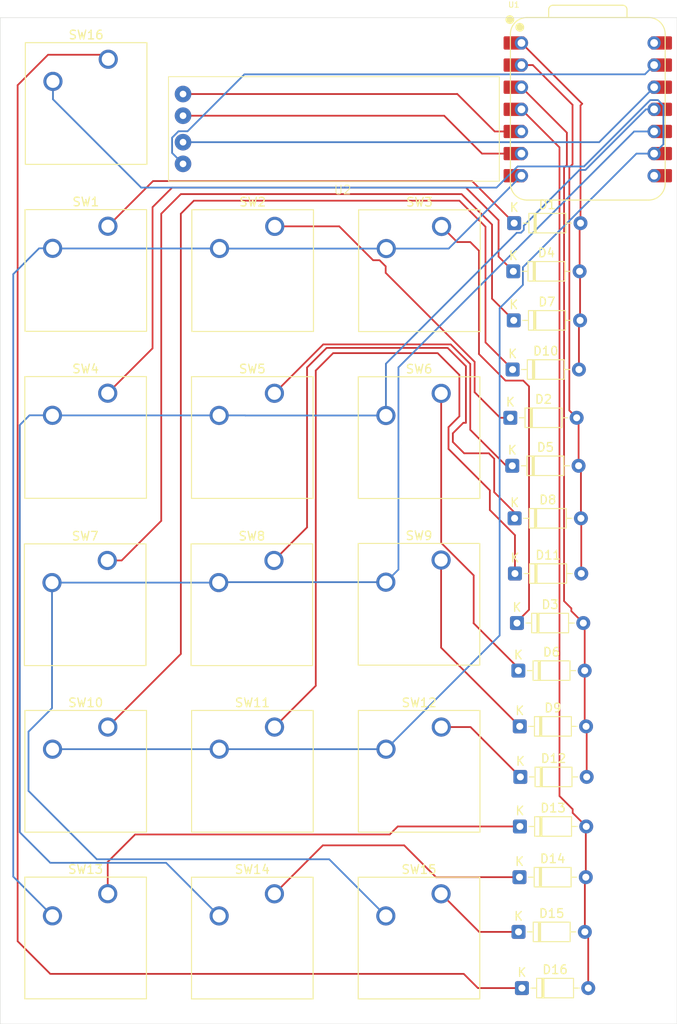
<source format=kicad_pcb>
(kicad_pcb (version 20241229) (generator "pcbnew") (generator_version "9.0")
  (title_block (date "2025-11-28"))
  (layers (0 "F.Cu" signal) (2 "B.Cu" signal) (13 "F.Paste" user) (15 "B.Paste" user) (5 "F.SilkS" user "F.Silkscreen") (7 "B.SilkS" user "B.Silkscreen") (1 "F.Mask" user) (3 "B.Mask" user) (25 "Edge.Cuts" user))
  (net 0 "")
  (net 1 "Net-(D1-K)")
  (net 2 "Net-(D1-A)")
  (net 3 "Net-(D2-K)")
  (net 4 "Net-(D11-A)")
  (net 5 "Net-(D12-A)")
  (net 6 "Net-(D3-K)")
  (net 7 "Net-(D4-K)")
  (net 8 "Net-(D5-K)")
  (net 9 "Net-(D6-K)")
  (net 10 "Net-(D7-K)")
  (net 11 "Net-(D8-K)")
  (net 12 "Net-(D9-K)")
  (net 13 "Net-(D10-K)")
  (net 14 "Net-(D11-K)")
  (net 15 "Net-(D12-K)")
  (net 16 "Net-(D13-K)")
  (net 17 "Net-(D13-A)")
  (net 18 "Net-(D14-K)")
  (net 19 "Net-(D15-K)")
  (net 20 "Net-(D16-K)")
  (net 21 "Net-(U1-GPIO0_D6_TX)")
  (net 22 "Net-(U1-GPIO3_D10_MOSI)")
  (net 23 "Net-(U1-GPIO4_D9_MISO)")
  (net 24 "Net-(U1-GPIO2_D8_SCK)")
  (net 25 "Net-(U1-GPIO7_D5_SCL)")
  (net 26 "Net-(U1-GPIO6_D4_SDA)")
  (net 27 "Net-(U2-GND)")
  (net 28 "Net-(U1-3V3)")
  (footprint "Diode_THT:D_DO-35_SOD27_P7.62mm_Horizontal" (layer "F.Cu") (at 117.08 102.67)
    (property "Reference" "D5" (at 3.81 -2.12 0) (layer "F.SilkS"))
    (property "Value" "1N4148")
    (fp_text user "K" (at 0 -1.8 0) (layer "F.SilkS"))
    (pad "1" thru_hole roundrect (at 0 0) (size 1.6 1.6) (drill 0.8) (layers "*.Cu" "*.Mask") (roundrect_rratio 0.15625) (net 8 "Net-(D5-K)"))
    (pad "2" thru_hole circle (at 7.62 0) (size 1.6 1.6) (drill 0.8) (layers "*.Cu" "*.Mask") (net 4 "Net-(D11-A)"))
  )
  (footprint "Diode_THT:D_DO-35_SOD27_P7.62mm_Horizontal" (layer "F.Cu") (at 117.12 91.62)
    (property "Reference" "D10" (at 3.81 -2.12 0) (layer "F.SilkS"))
    (property "Value" "1N4148")
    (fp_text user "K" (at 0 -1.8 0) (layer "F.SilkS"))
    (pad "1" thru_hole roundrect (at 0 0) (size 1.6 1.6) (drill 0.8) (layers "*.Cu" "*.Mask") (roundrect_rratio 0.15625) (net 13 "Net-(D10-K)"))
    (pad "2" thru_hole circle (at 7.62 0) (size 1.6 1.6) (drill 0.8) (layers "*.Cu" "*.Mask") (net 2 "Net-(D1-A)"))
  )
  (footprint "Button_Switch_Keyboard:SW_Cherry_MX_1.00u_PCB" (layer "F.Cu") (at 89.756 94.348)
    (property "Reference" "SW5" (at -2.54 -2.794 0) (layer "F.SilkS"))
    (property "Value" "SW_Push")
    (pad "" np_thru_hole circle (at -7.62 5.08) (size 1.7 1.7) (drill 1.7) (layers "*.Cu" "*.Mask"))
    (pad "" np_thru_hole circle (at -2.54 5.08) (size 4 4) (drill 4) (layers "*.Cu" "*.Mask"))
    (pad "" np_thru_hole circle (at 2.54 5.08) (size 1.7 1.7) (drill 1.7) (layers "*.Cu" "*.Mask"))
    (pad "1" thru_hole circle (at 0 0) (size 2.2 2.2) (drill 1.5) (layers "*.Cu" "*.Mask") (net 8 "Net-(D5-K)"))
    (pad "2" thru_hole circle (at -6.35 2.54) (size 2.2 2.2) (drill 1.5) (layers "*.Cu" "*.Mask") (net 22 "Net-(U1-GPIO3_D10_MOSI)"))
  )
  (footprint "Diode_THT:D_DO-35_SOD27_P7.62mm_Horizontal" (layer "F.Cu") (at 118.19 162.62)
    (property "Reference" "D16" (at 3.81 -2.12 0) (layer "F.SilkS"))
    (property "Value" "1N4148")
    (fp_text user "K" (at 0 -1.8 0) (layer "F.SilkS"))
    (pad "1" thru_hole roundrect (at 0 0) (size 1.6 1.6) (drill 0.8) (layers "*.Cu" "*.Mask") (roundrect_rratio 0.15625) (net 20 "Net-(D16-K)"))
    (pad "2" thru_hole circle (at 7.62 0) (size 1.6 1.6) (drill 0.8) (layers "*.Cu" "*.Mask") (net 17 "Net-(D13-A)"))
  )
  (footprint "Diode_THT:D_DO-35_SOD27_P7.62mm_Horizontal" (layer "F.Cu") (at 117.91 149.89)
    (property "Reference" "D14" (at 3.81 -2.12 0) (layer "F.SilkS"))
    (property "Value" "1N4148")
    (fp_text user "K" (at 0 -1.8 0) (layer "F.SilkS"))
    (pad "1" thru_hole roundrect (at 0 0) (size 1.6 1.6) (drill 0.8) (layers "*.Cu" "*.Mask") (roundrect_rratio 0.15625) (net 18 "Net-(D14-K)"))
    (pad "2" thru_hole circle (at 7.62 0) (size 1.6 1.6) (drill 0.8) (layers "*.Cu" "*.Mask") (net 17 "Net-(D13-A)"))
  )
  (footprint "Diode_THT:D_DO-35_SOD27_P7.62mm_Horizontal" (layer "F.Cu") (at 117.8 156.17)
    (property "Reference" "D15" (at 3.81 -2.12 0) (layer "F.SilkS"))
    (property "Value" "1N4148")
    (fp_text user "K" (at 0 -1.8 0) (layer "F.SilkS"))
    (pad "1" thru_hole roundrect (at 0 0) (size 1.6 1.6) (drill 0.8) (layers "*.Cu" "*.Mask") (roundrect_rratio 0.15625) (net 19 "Net-(D15-K)"))
    (pad "2" thru_hole circle (at 7.62 0) (size 1.6 1.6) (drill 0.8) (layers "*.Cu" "*.Mask") (net 17 "Net-(D13-A)"))
  )
  (footprint "Button_Switch_Keyboard:SW_Cherry_MX_1.00u_PCB" (layer "F.Cu") (at 108.916 94.358)
    (property "Reference" "SW6" (at -2.54 -2.794 0) (layer "F.SilkS"))
    (property "Value" "SW_Push")
    (pad "" np_thru_hole circle (at -7.62 5.08) (size 1.7 1.7) (drill 1.7) (layers "*.Cu" "*.Mask"))
    (pad "" np_thru_hole circle (at -2.54 5.08) (size 4 4) (drill 4) (layers "*.Cu" "*.Mask"))
    (pad "" np_thru_hole circle (at 2.54 5.08) (size 1.7 1.7) (drill 1.7) (layers "*.Cu" "*.Mask"))
    (pad "1" thru_hole circle (at 0 0) (size 2.2 2.2) (drill 1.5) (layers "*.Cu" "*.Mask") (net 9 "Net-(D6-K)"))
    (pad "2" thru_hole circle (at -6.35 2.54) (size 2.2 2.2) (drill 1.5) (layers "*.Cu" "*.Mask") (net 22 "Net-(U1-GPIO3_D10_MOSI)"))
  )
  (footprint "Button_Switch_Keyboard:SW_Cherry_MX_1.00u_PCB" (layer "F.Cu") (at 70.666 56.008)
    (property "Reference" "SW16" (at -2.54 -2.794 0) (layer "F.SilkS"))
    (property "Value" "SW_Push")
    (pad "" np_thru_hole circle (at -7.62 5.08) (size 1.7 1.7) (drill 1.7) (layers "*.Cu" "*.Mask"))
    (pad "" np_thru_hole circle (at -2.54 5.08) (size 4 4) (drill 4) (layers "*.Cu" "*.Mask"))
    (pad "" np_thru_hole circle (at 2.54 5.08) (size 1.7 1.7) (drill 1.7) (layers "*.Cu" "*.Mask"))
    (pad "1" thru_hole circle (at 0 0) (size 2.2 2.2) (drill 1.5) (layers "*.Cu" "*.Mask") (net 20 "Net-(D16-K)"))
    (pad "2" thru_hole circle (at -6.35 2.54) (size 2.2 2.2) (drill 1.5) (layers "*.Cu" "*.Mask") (net 24 "Net-(U1-GPIO2_D8_SCK)"))
  )
  (footprint "Button_Switch_Keyboard:SW_Cherry_MX_1.00u_PCB" (layer "F.Cu") (at 89.796 75.188)
    (property "Reference" "SW2" (at -2.54 -2.794 0) (layer "F.SilkS"))
    (property "Value" "SW_Push")
    (pad "" np_thru_hole circle (at -7.62 5.08) (size 1.7 1.7) (drill 1.7) (layers "*.Cu" "*.Mask"))
    (pad "" np_thru_hole circle (at -2.54 5.08) (size 4 4) (drill 4) (layers "*.Cu" "*.Mask"))
    (pad "" np_thru_hole circle (at 2.54 5.08) (size 1.7 1.7) (drill 1.7) (layers "*.Cu" "*.Mask"))
    (pad "1" thru_hole circle (at 0 0) (size 2.2 2.2) (drill 1.5) (layers "*.Cu" "*.Mask") (net 3 "Net-(D2-K)"))
    (pad "2" thru_hole circle (at -6.35 2.54) (size 2.2 2.2) (drill 1.5) (layers "*.Cu" "*.Mask") (net 21 "Net-(U1-GPIO0_D6_TX)"))
  )
  (footprint "Diode_THT:D_DO-35_SOD27_P7.62mm_Horizontal" (layer "F.Cu") (at 118.01 138.382)
    (property "Reference" "D12" (at 3.81 -2.12 0) (layer "F.SilkS"))
    (property "Value" "1N4148")
    (fp_text user "K" (at 0 -1.8 0) (layer "F.SilkS"))
    (pad "1" thru_hole roundrect (at 0 0) (size 1.6 1.6) (drill 0.8) (layers "*.Cu" "*.Mask") (roundrect_rratio 0.15625) (net 15 "Net-(D12-K)"))
    (pad "2" thru_hole circle (at 7.62 0) (size 1.6 1.6) (drill 0.8) (layers "*.Cu" "*.Mask") (net 5 "Net-(D12-A)"))
  )
  (footprint "Diode_THT:D_DO-35_SOD27_P7.62mm_Horizontal" (layer "F.Cu") (at 117.62 120.72)
    (property "Reference" "D3" (at 3.81 -2.12 0) (layer "F.SilkS"))
    (property "Value" "1N4148")
    (fp_text user "K" (at 0 -1.8 0) (layer "F.SilkS"))
    (pad "1" thru_hole roundrect (at 0 0) (size 1.6 1.6) (drill 0.8) (layers "*.Cu" "*.Mask") (roundrect_rratio 0.15625) (net 6 "Net-(D3-K)"))
    (pad "2" thru_hole circle (at 7.62 0) (size 1.6 1.6) (drill 0.8) (layers "*.Cu" "*.Mask") (net 5 "Net-(D12-A)"))
  )
  (footprint "Button_Switch_Keyboard:SW_Cherry_MX_1.00u_PCB" (layer "F.Cu") (at 108.906 151.798)
    (property "Reference" "SW15" (at -2.54 -2.794 0) (layer "F.SilkS"))
    (property "Value" "SW_Push")
    (pad "" np_thru_hole circle (at -7.62 5.08) (size 1.7 1.7) (drill 1.7) (layers "*.Cu" "*.Mask"))
    (pad "" np_thru_hole circle (at -2.54 5.08) (size 4 4) (drill 4) (layers "*.Cu" "*.Mask"))
    (pad "" np_thru_hole circle (at 2.54 5.08) (size 1.7 1.7) (drill 1.7) (layers "*.Cu" "*.Mask"))
    (pad "1" thru_hole circle (at 0 0) (size 2.2 2.2) (drill 1.5) (layers "*.Cu" "*.Mask") (net 19 "Net-(D15-K)"))
    (pad "2" thru_hole circle (at -6.35 2.54) (size 2.2 2.2) (drill 1.5) (layers "*.Cu" "*.Mask") (net 23 "Net-(U1-GPIO4_D9_MISO)"))
  )
  (footprint "Diode_THT:D_DO-35_SOD27_P7.62mm_Horizontal" (layer "F.Cu") (at 117.94 132.58)
    (property "Reference" "D9" (at 3.81 -2.12 0) (layer "F.SilkS"))
    (property "Value" "1N4148")
    (fp_text user "K" (at 0 -1.8 0) (layer "F.SilkS"))
    (pad "1" thru_hole roundrect (at 0 0) (size 1.6 1.6) (drill 0.8) (layers "*.Cu" "*.Mask") (roundrect_rratio 0.15625) (net 12 "Net-(D9-K)"))
    (pad "2" thru_hole circle (at 7.62 0) (size 1.6 1.6) (drill 0.8) (layers "*.Cu" "*.Mask") (net 5 "Net-(D12-A)"))
  )
  (footprint "Button_Switch_Keyboard:SW_Cherry_MX_1.00u_PCB" (layer "F.Cu") (at 108.926 132.658)
    (property "Reference" "SW12" (at -2.54 -2.794 0) (layer "F.SilkS"))
    (property "Value" "SW_Push")
    (pad "" np_thru_hole circle (at -7.62 5.08) (size 1.7 1.7) (drill 1.7) (layers "*.Cu" "*.Mask"))
    (pad "" np_thru_hole circle (at -2.54 5.08) (size 4 4) (drill 4) (layers "*.Cu" "*.Mask"))
    (pad "" np_thru_hole circle (at 2.54 5.08) (size 1.7 1.7) (drill 1.7) (layers "*.Cu" "*.Mask"))
    (pad "1" thru_hole circle (at 0 0) (size 2.2 2.2) (drill 1.5) (layers "*.Cu" "*.Mask") (net 15 "Net-(D12-K)"))
    (pad "2" thru_hole circle (at -6.35 2.54) (size 2.2 2.2) (drill 1.5) (layers "*.Cu" "*.Mask") (net 24 "Net-(U1-GPIO2_D8_SCK)"))
  )
  (footprint "Button_Switch_Keyboard:SW_Cherry_MX_1.00u_PCB" (layer "F.Cu") (at 108.956 75.198)
    (property "Reference" "SW3" (at -2.54 -2.794 0) (layer "F.SilkS"))
    (property "Value" "SW_Push")
    (pad "" np_thru_hole circle (at -7.62 5.08) (size 1.7 1.7) (drill 1.7) (layers "*.Cu" "*.Mask"))
    (pad "" np_thru_hole circle (at -2.54 5.08) (size 4 4) (drill 4) (layers "*.Cu" "*.Mask"))
    (pad "" np_thru_hole circle (at 2.54 5.08) (size 1.7 1.7) (drill 1.7) (layers "*.Cu" "*.Mask"))
    (pad "1" thru_hole circle (at 0 0) (size 2.2 2.2) (drill 1.5) (layers "*.Cu" "*.Mask") (net 6 "Net-(D3-K)"))
    (pad "2" thru_hole circle (at -6.35 2.54) (size 2.2 2.2) (drill 1.5) (layers "*.Cu" "*.Mask") (net 21 "Net-(U1-GPIO0_D6_TX)"))
  )
  (footprint "Button_Switch_Keyboard:SW_Cherry_MX_1.00u_PCB" (layer "F.Cu") (at 89.766 132.658)
    (property "Reference" "SW11" (at -2.54 -2.794 0) (layer "F.SilkS"))
    (property "Value" "SW_Push")
    (pad "" np_thru_hole circle (at -7.62 5.08) (size 1.7 1.7) (drill 1.7) (layers "*.Cu" "*.Mask"))
    (pad "" np_thru_hole circle (at -2.54 5.08) (size 4 4) (drill 4) (layers "*.Cu" "*.Mask"))
    (pad "" np_thru_hole circle (at 2.54 5.08) (size 1.7 1.7) (drill 1.7) (layers "*.Cu" "*.Mask"))
    (pad "1" thru_hole circle (at 0 0) (size 2.2 2.2) (drill 1.5) (layers "*.Cu" "*.Mask") (net 14 "Net-(D11-K)"))
    (pad "2" thru_hole circle (at -6.35 2.54) (size 2.2 2.2) (drill 1.5) (layers "*.Cu" "*.Mask") (net 24 "Net-(U1-GPIO2_D8_SCK)"))
  )
  (footprint "Diode_THT:D_DO-35_SOD27_P7.62mm_Horizontal" (layer "F.Cu") (at 116.86 97.16)
    (property "Reference" "D2" (at 3.81 -2.12 0) (layer "F.SilkS"))
    (property "Value" "1N4148")
    (fp_text user "K" (at 0 -1.8 0) (layer "F.SilkS"))
    (pad "1" thru_hole roundrect (at 0 0) (size 1.6 1.6) (drill 0.8) (layers "*.Cu" "*.Mask") (roundrect_rratio 0.15625) (net 3 "Net-(D2-K)"))
    (pad "2" thru_hole circle (at 7.62 0) (size 1.6 1.6) (drill 0.8) (layers "*.Cu" "*.Mask") (net 4 "Net-(D11-A)"))
  )
  (footprint "Diode_THT:D_DO-35_SOD27_P7.62mm_Horizontal" (layer "F.Cu") (at 117.25 85.98)
    (property "Reference" "D7" (at 3.81 -2.12 0) (layer "F.SilkS"))
    (property "Value" "1N4148")
    (fp_text user "K" (at 0 -1.8 0) (layer "F.SilkS"))
    (pad "1" thru_hole roundrect (at 0 0) (size 1.6 1.6) (drill 0.8) (layers "*.Cu" "*.Mask") (roundrect_rratio 0.15625) (net 10 "Net-(D7-K)"))
    (pad "2" thru_hole circle (at 7.62 0) (size 1.6 1.6) (drill 0.8) (layers "*.Cu" "*.Mask") (net 2 "Net-(D1-A)"))
  )
  (footprint "Button_Switch_Keyboard:SW_Cherry_MX_1.00u_PCB" (layer "F.Cu") (at 108.906 113.488)
    (property "Reference" "SW9" (at -2.54 -2.794 0) (layer "F.SilkS"))
    (property "Value" "SW_Push")
    (pad "" np_thru_hole circle (at -7.62 5.08) (size 1.7 1.7) (drill 1.7) (layers "*.Cu" "*.Mask"))
    (pad "" np_thru_hole circle (at -2.54 5.08) (size 4 4) (drill 4) (layers "*.Cu" "*.Mask"))
    (pad "" np_thru_hole circle (at 2.54 5.08) (size 1.7 1.7) (drill 1.7) (layers "*.Cu" "*.Mask"))
    (pad "1" thru_hole circle (at 0 0) (size 2.2 2.2) (drill 1.5) (layers "*.Cu" "*.Mask") (net 12 "Net-(D9-K)"))
    (pad "2" thru_hole circle (at -6.35 2.54) (size 2.2 2.2) (drill 1.5) (layers "*.Cu" "*.Mask") (net 23 "Net-(U1-GPIO4_D9_MISO)"))
  )
  (footprint "I2C OLED Display:Untitled" (layer "F.Cu") (at 97.59 64.008)
    (property "Reference" "U2" (at 0 7 0) (layer "F.SilkS") (effects (font (thickness 0.1))))
    (property "Value" "~")
    (pad "1" thru_hole circle (at -18.334 -4.008) (size 1.905 1.905) (drill 0.762) (layers "*.Cu" "*.Mask") (net 26 "Net-(U1-GPIO6_D4_SDA)"))
    (pad "2" thru_hole circle (at -18.334 -1.52) (size 1.905 1.905) (drill 0.762) (layers "*.Cu" "*.Mask") (net 25 "Net-(U1-GPIO7_D5_SCL)"))
    (pad "3" thru_hole circle (at -18.334 1.52) (size 1.905 1.905) (drill 0.762) (layers "*.Cu" "*.Mask") (net 28 "Net-(U1-3V3)"))
    (pad "4" thru_hole circle (at -18.334 4.008) (size 1.905 1.905) (drill 0.762) (layers "*.Cu" "*.Mask") (net 27 "Net-(U2-GND)"))
  )
  (footprint "Diode_THT:D_DO-35_SOD27_P7.62mm_Horizontal" (layer "F.Cu") (at 117.96 144.07)
    (property "Reference" "D13" (at 3.81 -2.12 0) (layer "F.SilkS"))
    (property "Value" "1N4148")
    (fp_text user "K" (at 0 -1.8 0) (layer "F.SilkS"))
    (pad "1" thru_hole roundrect (at 0 0) (size 1.6 1.6) (drill 0.8) (layers "*.Cu" "*.Mask") (roundrect_rratio 0.15625) (net 16 "Net-(D13-K)"))
    (pad "2" thru_hole circle (at 7.62 0) (size 1.6 1.6) (drill 0.8) (layers "*.Cu" "*.Mask") (net 17 "Net-(D13-A)"))
  )
  (footprint "Button_Switch_Keyboard:SW_Cherry_MX_1.00u_PCB" (layer "F.Cu") (at 70.556 113.538)
    (property "Reference" "SW7" (at -2.54 -2.794 0) (layer "F.SilkS"))
    (property "Value" "SW_Push")
    (pad "" np_thru_hole circle (at -7.62 5.08) (size 1.7 1.7) (drill 1.7) (layers "*.Cu" "*.Mask"))
    (pad "" np_thru_hole circle (at -2.54 5.08) (size 4 4) (drill 4) (layers "*.Cu" "*.Mask"))
    (pad "" np_thru_hole circle (at 2.54 5.08) (size 1.7 1.7) (drill 1.7) (layers "*.Cu" "*.Mask"))
    (pad "1" thru_hole circle (at 0 0) (size 2.2 2.2) (drill 1.5) (layers "*.Cu" "*.Mask") (net 10 "Net-(D7-K)"))
    (pad "2" thru_hole circle (at -6.35 2.54) (size 2.2 2.2) (drill 1.5) (layers "*.Cu" "*.Mask") (net 23 "Net-(U1-GPIO4_D9_MISO)"))
  )
  (footprint "Button_Switch_Keyboard:SW_Cherry_MX_1.00u_PCB" (layer "F.Cu") (at 70.616 132.658)
    (property "Reference" "SW10" (at -2.54 -2.794 0) (layer "F.SilkS"))
    (property "Value" "SW_Push")
    (pad "" np_thru_hole circle (at -7.62 5.08) (size 1.7 1.7) (drill 1.7) (layers "*.Cu" "*.Mask"))
    (pad "" np_thru_hole circle (at -2.54 5.08) (size 4 4) (drill 4) (layers "*.Cu" "*.Mask"))
    (pad "" np_thru_hole circle (at 2.54 5.08) (size 1.7 1.7) (drill 1.7) (layers "*.Cu" "*.Mask"))
    (pad "1" thru_hole circle (at 0 0) (size 2.2 2.2) (drill 1.5) (layers "*.Cu" "*.Mask") (net 13 "Net-(D10-K)"))
    (pad "2" thru_hole circle (at -6.35 2.54) (size 2.2 2.2) (drill 1.5) (layers "*.Cu" "*.Mask") (net 24 "Net-(U1-GPIO2_D8_SCK)"))
  )
  (footprint "Button_Switch_Keyboard:SW_Cherry_MX_1.00u_PCB" (layer "F.Cu") (at 89.756 151.798)
    (property "Reference" "SW14" (at -2.54 -2.794 0) (layer "F.SilkS"))
    (property "Value" "SW_Push")
    (pad "" np_thru_hole circle (at -7.62 5.08) (size 1.7 1.7) (drill 1.7) (layers "*.Cu" "*.Mask"))
    (pad "" np_thru_hole circle (at -2.54 5.08) (size 4 4) (drill 4) (layers "*.Cu" "*.Mask"))
    (pad "" np_thru_hole circle (at 2.54 5.08) (size 1.7 1.7) (drill 1.7) (layers "*.Cu" "*.Mask"))
    (pad "1" thru_hole circle (at 0 0) (size 2.2 2.2) (drill 1.5) (layers "*.Cu" "*.Mask") (net 18 "Net-(D14-K)"))
    (pad "2" thru_hole circle (at -6.35 2.54) (size 2.2 2.2) (drill 1.5) (layers "*.Cu" "*.Mask") (net 22 "Net-(U1-GPIO3_D10_MOSI)"))
  )
  (footprint "Diode_THT:D_DO-35_SOD27_P7.62mm_Horizontal" (layer "F.Cu") (at 117.78 126.18)
    (property "Reference" "D6" (at 3.81 -2.12 0) (layer "F.SilkS"))
    (property "Value" "1N4148")
    (fp_text user "K" (at 0 -1.8 0) (layer "F.SilkS"))
    (pad "1" thru_hole roundrect (at 0 0) (size 1.6 1.6) (drill 0.8) (layers "*.Cu" "*.Mask") (roundrect_rratio 0.15625) (net 9 "Net-(D6-K)"))
    (pad "2" thru_hole circle (at 7.62 0) (size 1.6 1.6) (drill 0.8) (layers "*.Cu" "*.Mask") (net 5 "Net-(D12-A)"))
  )
  (footprint "Diode_THT:D_DO-35_SOD27_P7.62mm_Horizontal" (layer "F.Cu") (at 117.2 80.35)
    (property "Reference" "D4" (at 3.81 -2.12 0) (layer "F.SilkS"))
    (property "Value" "1N4148")
    (fp_text user "K" (at 0 -1.8 0) (layer "F.SilkS"))
    (pad "1" thru_hole roundrect (at 0 0) (size 1.6 1.6) (drill 0.8) (layers "*.Cu" "*.Mask") (roundrect_rratio 0.15625) (net 7 "Net-(D4-K)"))
    (pad "2" thru_hole circle (at 7.62 0) (size 1.6 1.6) (drill 0.8) (layers "*.Cu" "*.Mask") (net 2 "Net-(D1-A)"))
  )
  (footprint "Diode_THT:D_DO-35_SOD27_P7.62mm_Horizontal" (layer "F.Cu") (at 117.3 74.82)
    (property "Reference" "D1" (at 3.81 -2.12 0) (layer "F.SilkS"))
    (property "Value" "1N4148")
    (fp_text user "K" (at 0 -1.8 0) (layer "F.SilkS"))
    (pad "1" thru_hole roundrect (at 0 0) (size 1.6 1.6) (drill 0.8) (layers "*.Cu" "*.Mask") (roundrect_rratio 0.15625) (net 1 "Net-(D1-K)"))
    (pad "2" thru_hole circle (at 7.62 0) (size 1.6 1.6) (drill 0.8) (layers "*.Cu" "*.Mask") (net 2 "Net-(D1-A)"))
  )
  (footprint "Button_Switch_Keyboard:SW_Cherry_MX_1.00u_PCB" (layer "F.Cu") (at 89.706 113.538)
    (property "Reference" "SW8" (at -2.54 -2.794 0) (layer "F.SilkS"))
    (property "Value" "SW_Push")
    (pad "" np_thru_hole circle (at -7.62 5.08) (size 1.7 1.7) (drill 1.7) (layers "*.Cu" "*.Mask"))
    (pad "" np_thru_hole circle (at -2.54 5.08) (size 4 4) (drill 4) (layers "*.Cu" "*.Mask"))
    (pad "" np_thru_hole circle (at 2.54 5.08) (size 1.7 1.7) (drill 1.7) (layers "*.Cu" "*.Mask"))
    (pad "1" thru_hole circle (at 0 0) (size 2.2 2.2) (drill 1.5) (layers "*.Cu" "*.Mask") (net 11 "Net-(D8-K)"))
    (pad "2" thru_hole circle (at -6.35 2.54) (size 2.2 2.2) (drill 1.5) (layers "*.Cu" "*.Mask") (net 23 "Net-(U1-GPIO4_D9_MISO)"))
  )
  (footprint "Button_Switch_Keyboard:SW_Cherry_MX_1.00u_PCB" (layer "F.Cu") (at 70.606 151.788)
    (property "Reference" "SW13" (at -2.54 -2.794 0) (layer "F.SilkS"))
    (property "Value" "SW_Push")
    (pad "" np_thru_hole circle (at -7.62 5.08) (size 1.7 1.7) (drill 1.7) (layers "*.Cu" "*.Mask"))
    (pad "" np_thru_hole circle (at -2.54 5.08) (size 4 4) (drill 4) (layers "*.Cu" "*.Mask"))
    (pad "" np_thru_hole circle (at 2.54 5.08) (size 1.7 1.7) (drill 1.7) (layers "*.Cu" "*.Mask"))
    (pad "1" thru_hole circle (at 0 0) (size 2.2 2.2) (drill 1.5) (layers "*.Cu" "*.Mask") (net 16 "Net-(D13-K)"))
    (pad "2" thru_hole circle (at -6.35 2.54) (size 2.2 2.2) (drill 1.5) (layers "*.Cu" "*.Mask") (net 21 "Net-(U1-GPIO0_D6_TX)"))
  )
  (footprint "Diode_THT:D_DO-35_SOD27_P7.62mm_Horizontal" (layer "F.Cu") (at 117.35 108.7)
    (property "Reference" "D8" (at 3.81 -2.12 0) (layer "F.SilkS"))
    (property "Value" "1N4148")
    (fp_text user "K" (at 0 -1.8 0) (layer "F.SilkS"))
    (pad "1" thru_hole roundrect (at 0 0) (size 1.6 1.6) (drill 0.8) (layers "*.Cu" "*.Mask") (roundrect_rratio 0.15625) (net 11 "Net-(D8-K)"))
    (pad "2" thru_hole circle (at 7.62 0) (size 1.6 1.6) (drill 0.8) (layers "*.Cu" "*.Mask") (net 4 "Net-(D11-A)"))
  )
  (footprint "Diode_THT:D_DO-35_SOD27_P7.62mm_Horizontal" (layer "F.Cu") (at 117.39 115.04)
    (property "Reference" "D11" (at 3.81 -2.12 0) (layer "F.SilkS"))
    (property "Value" "1N4148")
    (fp_text user "K" (at 0 -1.8 0) (layer "F.SilkS"))
    (pad "1" thru_hole roundrect (at 0 0) (size 1.6 1.6) (drill 0.8) (layers "*.Cu" "*.Mask") (roundrect_rratio 0.15625) (net 14 "Net-(D11-K)"))
    (pad "2" thru_hole circle (at 7.62 0) (size 1.6 1.6) (drill 0.8) (layers "*.Cu" "*.Mask") (net 4 "Net-(D11-A)"))
  )
  (footprint "OPL:XIAO-RP2040-DIP" (layer "F.Cu") (at 125.756 61.7565)
    (property "Reference" "U1" (at -8.5 -12 0) (layer "F.SilkS") (effects (font (size 0.635 0.635) (thickness 0.1016))))
    (property "Value" "XIAO-RP2040-SMD")
    (pad "1" smd roundrect (at -8.455 -7.62 180) (size 2.432 1.524) (layers "F.Cu" "F.Mask") (roundrect_rratio 0.1) (net 2 "Net-(D1-A)"))
    (pad "1" thru_hole circle (at -7.62 -7.62 180) (size 1.524 1.524) (drill 0.889) (layers "*.Cu" "*.Mask") (net 2 "Net-(D1-A)"))
    (pad "2" smd roundrect (at -8.455 -5.08 180) (size 2.432 1.524) (layers "F.Cu" "F.Mask") (roundrect_rratio 0.1) (net 4 "Net-(D11-A)"))
    (pad "2" thru_hole circle (at -7.62 -5.08 180) (size 1.524 1.524) (drill 0.889) (layers "*.Cu" "*.Mask") (net 4 "Net-(D11-A)"))
    (pad "3" smd roundrect (at -8.455 -2.54 180) (size 2.432 1.524) (layers "F.Cu" "F.Mask") (roundrect_rratio 0.1) (net 5 "Net-(D12-A)"))
    (pad "3" thru_hole circle (at -7.62 -2.54 180) (size 1.524 1.524) (drill 0.889) (layers "*.Cu" "*.Mask") (net 5 "Net-(D12-A)"))
    (pad "4" smd roundrect (at -8.455 0 180) (size 2.432 1.524) (layers "F.Cu" "F.Mask") (roundrect_rratio 0.1) (net 17 "Net-(D13-A)"))
    (pad "4" thru_hole circle (at -7.62 0 180) (size 1.524 1.524) (drill 0.889) (layers "*.Cu" "*.Mask") (net 17 "Net-(D13-A)"))
    (pad "5" smd roundrect (at -8.455 2.54 180) (size 2.432 1.524) (layers "F.Cu" "F.Mask") (roundrect_rratio 0.1) (net 26 "Net-(U1-GPIO6_D4_SDA)"))
    (pad "5" thru_hole circle (at -7.62 2.54 180) (size 1.524 1.524) (drill 0.889) (layers "*.Cu" "*.Mask") (net 26 "Net-(U1-GPIO6_D4_SDA)"))
    (pad "6" smd roundrect (at -8.455 5.08 180) (size 2.432 1.524) (layers "F.Cu" "F.Mask") (roundrect_rratio 0.1) (net 25 "Net-(U1-GPIO7_D5_SCL)"))
    (pad "6" thru_hole circle (at -7.62 5.08 180) (size 1.524 1.524) (drill 0.889) (layers "*.Cu" "*.Mask") (net 25 "Net-(U1-GPIO7_D5_SCL)"))
    (pad "7" smd roundrect (at -8.455 7.62 180) (size 2.432 1.524) (layers "F.Cu" "F.Mask") (roundrect_rratio 0.1) (net 21 "Net-(U1-GPIO0_D6_TX)"))
    (pad "7" thru_hole circle (at -7.62 7.62 180) (size 1.524 1.524) (drill 0.889) (layers "*.Cu" "*.Mask") (net 21 "Net-(U1-GPIO0_D6_TX)"))
    (pad "8" thru_hole circle (at 7.62 7.62) (size 1.524 1.524) (drill 0.889) (layers "*.Cu" "*.Mask"))
    (pad "8" smd roundrect (at 8.455 7.62) (size 2.432 1.524) (layers "F.Cu" "F.Mask") (roundrect_rratio 0.1))
    (pad "9" thru_hole circle (at 7.62 5.08) (size 1.524 1.524) (drill 0.889) (layers "*.Cu" "*.Mask") (net 24 "Net-(U1-GPIO2_D8_SCK)"))
    (pad "9" smd roundrect (at 8.455 5.08) (size 2.432 1.524) (layers "F.Cu" "F.Mask") (roundrect_rratio 0.1) (net 24 "Net-(U1-GPIO2_D8_SCK)"))
    (pad "10" thru_hole circle (at 7.62 2.54) (size 1.524 1.524) (drill 0.889) (layers "*.Cu" "*.Mask") (net 23 "Net-(U1-GPIO4_D9_MISO)"))
    (pad "10" smd roundrect (at 8.455 2.54) (size 2.432 1.524) (layers "F.Cu" "F.Mask") (roundrect_rratio 0.1) (net 23 "Net-(U1-GPIO4_D9_MISO)"))
    (pad "11" thru_hole circle (at 7.62 0) (size 1.524 1.524) (drill 0.889) (layers "*.Cu" "*.Mask") (net 22 "Net-(U1-GPIO3_D10_MOSI)"))
    (pad "11" smd roundrect (at 8.455 0) (size 2.432 1.524) (layers "F.Cu" "F.Mask") (roundrect_rratio 0.1) (net 22 "Net-(U1-GPIO3_D10_MOSI)"))
    (pad "12" thru_hole circle (at 7.62 -2.54) (size 1.524 1.524) (drill 0.889) (layers "*.Cu" "*.Mask") (net 28 "Net-(U1-3V3)"))
    (pad "12" smd roundrect (at 8.455 -2.54) (size 2.432 1.524) (layers "F.Cu" "F.Mask") (roundrect_rratio 0.1) (net 28 "Net-(U1-3V3)"))
    (pad "13" thru_hole circle (at 7.62 -5.08) (size 1.524 1.524) (drill 0.889) (layers "*.Cu" "*.Mask") (net 27 "Net-(U2-GND)"))
    (pad "13" smd roundrect (at 8.455 -5.08) (size 2.432 1.524) (layers "F.Cu" "F.Mask") (roundrect_rratio 0.1) (net 27 "Net-(U2-GND)"))
    (pad "14" thru_hole circle (at 7.62 -7.62) (size 1.524 1.524) (drill 0.889) (layers "*.Cu" "*.Mask"))
    (pad "14" smd roundrect (at 8.455 -7.62) (size 2.432 1.524) (layers "F.Cu" "F.Mask") (roundrect_rratio 0.1))
  )
  (footprint "Button_Switch_Keyboard:SW_Cherry_MX_1.00u_PCB" (layer "F.Cu") (at 70.6285 75.1705)
    (property "Reference" "SW1" (at -2.54 -2.794 0) (layer "F.SilkS"))
    (property "Value" "SW_Push")
    (pad "" np_thru_hole circle (at -7.62 5.08) (size 1.7 1.7) (drill 1.7) (layers "*.Cu" "*.Mask"))
    (pad "" np_thru_hole circle (at -2.54 5.08) (size 4 4) (drill 4) (layers "*.Cu" "*.Mask"))
    (pad "" np_thru_hole circle (at 2.54 5.08) (size 1.7 1.7) (drill 1.7) (layers "*.Cu" "*.Mask"))
    (pad "1" thru_hole circle (at 0 0) (size 2.2 2.2) (drill 1.5) (layers "*.Cu" "*.Mask") (net 1 "Net-(D1-K)"))
    (pad "2" thru_hole circle (at -6.35 2.54) (size 2.2 2.2) (drill 1.5) (layers "*.Cu" "*.Mask") (net 21 "Net-(U1-GPIO0_D6_TX)"))
  )
  (footprint "Button_Switch_Keyboard:SW_Cherry_MX_1.00u_PCB" (layer "F.Cu") (at 70.606 94.338)
    (property "Reference" "SW4" (at -2.54 -2.794 0) (layer "F.SilkS"))
    (property "Value" "SW_Push")
    (pad "" np_thru_hole circle (at -7.62 5.08) (size 1.7 1.7) (drill 1.7) (layers "*.Cu" "*.Mask"))
    (pad "" np_thru_hole circle (at -2.54 5.08) (size 4 4) (drill 4) (layers "*.Cu" "*.Mask"))
    (pad "" np_thru_hole circle (at 2.54 5.08) (size 1.7 1.7) (drill 1.7) (layers "*.Cu" "*.Mask"))
    (pad "1" thru_hole circle (at 0 0) (size 2.2 2.2) (drill 1.5) (layers "*.Cu" "*.Mask") (net 7 "Net-(D4-K)"))
    (pad "2" thru_hole circle (at -6.35 2.54) (size 2.2 2.2) (drill 1.5) (layers "*.Cu" "*.Mask") (net 22 "Net-(U1-GPIO3_D10_MOSI)"))
  )
  (gr_rect (start 58.256 51.238) (end 136.006 166.738) (stroke (width 0.05)) (fill no) (layer "Edge.Cuts"))
  (segment (start 112.468 69.988) (end 117.3 74.82) (width 0.2) (layer "F.Cu") (net 1))
  (segment (start 70.6285 75.1705) (end 75.811 69.988) (width 0.2) (layer "F.Cu") (net 1))
  (segment (start 75.811 69.988) (end 112.468 69.988) (width 0.2) (layer "F.Cu") (net 1))
  (segment (start 124.74 86.11) (end 124.87 85.98) (width 0.2) (layer "F.Cu") (net 2))
  (segment (start 124.82 74.92) (end 124.92 74.82) (width 0.2) (layer "F.Cu") (net 2))
  (segment (start 118.136 54.1365) (end 125.116 61.1165) (width 0.2) (layer "F.Cu") (net 2))
  (segment (start 124.92 61.3125) (end 125.116 61.1165) (width 0.2) (layer "F.Cu") (net 2))
  (segment (start 124.82 80.35) (end 124.82 74.92) (width 0.2) (layer "F.Cu") (net 2))
  (segment (start 124.87 85.98) (end 124.87 80.4) (width 0.2) (layer "F.Cu") (net 2))
  (segment (start 124.87 80.4) (end 124.82 80.35) (width 0.2) (layer "F.Cu") (net 2))
  (segment (start 124.92 74.82) (end 124.92 61.3125) (width 0.2) (layer "F.Cu") (net 2))
  (segment (start 124.74 91.62) (end 124.74 86.11) (width 0.2) (layer "F.Cu") (net 2))
  (segment (start 112.756 94.214) (end 112.75 94.22) (width 0.2) (layer "F.Cu") (net 3))
  (segment (start 102.537 79.78053) (end 102.537 80.519) (width 0.2) (layer "F.Cu") (net 3))
  (segment (start 101.095 79.077) (end 101.83347 79.077) (width 0.2) (layer "F.Cu") (net 3))
  (segment (start 97.206 75.188) (end 101.095 79.077) (width 0.2) (layer "F.Cu") (net 3))
  (segment (start 112.756 90.738) (end 112.756 94.214) (width 0.2) (layer "F.Cu") (net 3))
  (segment (start 115.69 97.16) (end 116.86 97.16) (width 0.2) (layer "F.Cu") (net 3))
  (segment (start 112.75 94.22) (end 115.69 97.16) (width 0.2) (layer "F.Cu") (net 3))
  (segment (start 102.537 80.519) (end 112.756 90.738) (width 0.2) (layer "F.Cu") (net 3))
  (segment (start 89.796 75.188) (end 97.206 75.188) (width 0.2) (layer "F.Cu") (net 3))
  (segment (start 101.83347 79.077) (end 102.537 79.78053) (width 0.2) (layer "F.Cu") (net 3))
  (segment (start 123.639 68.4221) (end 123.639 96.319) (width 0.2) (layer "F.Cu") (net 4))
  (segment (start 124.97 108.7) (end 124.97 102.94) (width 0.2) (layer "F.Cu") (net 4))
  (segment (start 125.01 108.74) (end 124.97 108.7) (width 0.2) (layer "F.Cu") (net 4))
  (segment (start 118.136 56.6765) (end 119.4445 56.6765) (width 0.2) (layer "F.Cu") (net 4))
  (segment (start 125.01 115.04) (end 125.01 108.74) (width 0.2) (layer "F.Cu") (net 4))
  (segment (start 124.7 102.67) (end 124.7 97.38) (width 0.2) (layer "F.Cu") (net 4))
  (segment (start 124.005 68.0561) (end 123.639 68.4221) (width 0.2) (layer "F.Cu") (net 4))
  (segment (start 124.7 97.38) (end 124.48 97.16) (width 0.2) (layer "F.Cu") (net 4))
  (segment (start 124.005 61.237) (end 124.005 68.0561) (width 0.2) (layer "F.Cu") (net 4))
  (segment (start 123.639 96.319) (end 124.48 97.16) (width 0.2) (layer "F.Cu") (net 4))
  (segment (start 119.4445 56.6765) (end 124.005 61.237) (width 0.2) (layer "F.Cu") (net 4))
  (segment (start 124.97 102.94) (end 124.7 102.67) (width 0.2) (layer "F.Cu") (net 4))
  (segment (start 123.03 68.464) (end 123.03 118.2) (width 0.2) (layer "F.Cu") (net 5))
  (segment (start 123.03 118.2) (end 123.87 119.04) (width 0.2) (layer "F.Cu") (net 5))
  (segment (start 125.63 138.382) (end 125.63 132.65) (width 0.2) (layer "F.Cu") (net 5))
  (segment (start 123.87 119.04) (end 123.87 119.35) (width 0.2) (layer "F.Cu") (net 5))
  (segment (start 125.4 132.37) (end 125.4 126.18) (width 0.2) (layer "F.Cu") (net 5))
  (segment (start 125.4 120.88) (end 125.24 120.72) (width 0.2) (layer "F.Cu") (net 5))
  (segment (start 125.56 132.53) (end 125.4 132.37) (width 0.2) (layer "F.Cu") (net 5))
  (segment (start 125.4 126.18) (end 125.4 120.88) (width 0.2) (layer "F.Cu") (net 5))
  (segment (start 125.56 132.58) (end 125.56 132.53) (width 0.2) (layer "F.Cu") (net 5))
  (segment (start 118.136 59.2165) (end 123.354 64.4345) (width 0.2) (layer "F.Cu") (net 5))
  (segment (start 123.87 119.35) (end 125.24 120.72) (width 0.2) (layer "F.Cu") (net 5))
  (segment (start 123.354 68.14) (end 123.03 68.464) (width 0.2) (layer "F.Cu") (net 5))
  (segment (start 125.63 132.65) (end 125.56 132.58) (width 0.2) (layer "F.Cu") (net 5))
  (segment (start 123.354 64.4345) (end 123.354 68.14) (width 0.2) (layer "F.Cu") (net 5))
  (segment (start 116.3 92.89) (end 118.34 92.89) (width 0.2) (layer "F.Cu") (net 6))
  (segment (start 118.34 92.89) (end 119.006 93.556) (width 0.2) (layer "F.Cu") (net 6))
  (segment (start 112.256 76.988) (end 113.256 77.988) (width 0.2) (layer "F.Cu") (net 6))
  (segment (start 119.006 93.556) (end 119.006 119.194) (width 0.2) (layer "F.Cu") (net 6))
  (segment (start 119.006 119.194) (end 117.62 120.58) (width 0.2) (layer "F.Cu") (net 6))
  (segment (start 113.256 77.988) (end 113.256 89.846) (width 0.2) (layer "F.Cu") (net 6))
  (segment (start 117.62 120.58) (end 117.62 120.72) (width 0.2) (layer "F.Cu") (net 6))
  (segment (start 113.256 89.846) (end 116.3 92.89) (width 0.2) (layer "F.Cu") (net 6))
  (segment (start 108.956 75.198) (end 110.746 76.988) (width 0.2) (layer "F.Cu") (net 6))
  (segment (start 110.746 76.988) (end 112.256 76.988) (width 0.2) (layer "F.Cu") (net 6))
  (segment (start 115.506 78.656) (end 115.506 74.488) (width 0.2) (layer "F.Cu") (net 7))
  (segment (start 111.756 70.738) (end 78.006 70.738) (width 0.2) (layer "F.Cu") (net 7))
  (segment (start 75.756 89.188) (end 70.606 94.338) (width 0.2) (layer "F.Cu") (net 7))
  (segment (start 78.006 70.738) (end 75.756 72.988) (width 0.2) (layer "F.Cu") (net 7))
  (segment (start 115.506 74.488) (end 111.756 70.738) (width 0.2) (layer "F.Cu") (net 7))
  (segment (start 117.2 80.35) (end 115.506 78.656) (width 0.2) (layer "F.Cu") (net 7))
  (segment (start 75.756 72.988) (end 75.756 89.188) (width 0.2) (layer "F.Cu") (net 7))
  (segment (start 95.366 88.738) (end 89.756 94.348) (width 0.2) (layer "F.Cu") (net 8))
  (segment (start 112.256 98.53953) (end 112.256 90.988) (width 0.2) (layer "F.Cu") (net 8))
  (segment (start 116.38647 102.67) (end 112.256 98.53953) (width 0.2) (layer "F.Cu") (net 8))
  (segment (start 117.08 102.67) (end 116.38647 102.67) (width 0.2) (layer "F.Cu") (net 8))
  (segment (start 112.256 90.988) (end 110.006 88.738) (width 0.2) (layer "F.Cu") (net 8))
  (segment (start 110.006 88.738) (end 95.366 88.738) (width 0.2) (layer "F.Cu") (net 8))
  (segment (start 108.916 94.358) (end 108.916 111.516686) (width 0.2) (layer "F.Cu") (net 9))
  (segment (start 108.916 111.516686) (end 112.647 115.247686) (width 0.2) (layer "F.Cu") (net 9))
  (segment (start 112.647 115.247686) (end 112.647 120.713) (width 0.2) (layer "F.Cu") (net 9))
  (segment (start 112.647 120.713) (end 112.63 120.73) (width 0.2) (layer "F.Cu") (net 9))
  (segment (start 117.78 125.88) (end 117.78 126.18) (width 0.2) (layer "F.Cu") (net 9))
  (segment (start 112.63 120.73) (end 117.78 125.88) (width 0.2) (layer "F.Cu") (net 9))
  (segment (start 79.006 71.488) (end 76.756 73.738) (width 0.2) (layer "F.Cu") (net 10))
  (segment (start 114.756 74.988) (end 114.756 83.486) (width 0.2) (layer "F.Cu") (net 10))
  (segment (start 72.206 113.538) (end 70.556 113.538) (width 0.2) (layer "F.Cu") (net 10))
  (segment (start 76.756 73.738) (end 76.756 108.988) (width 0.2) (layer "F.Cu") (net 10))
  (segment (start 114.756 83.486) (end 117.25 85.98) (width 0.2) (layer "F.Cu") (net 10))
  (segment (start 111.256 71.488) (end 79.006 71.488) (width 0.2) (layer "F.Cu") (net 10))
  (segment (start 114.756 74.988) (end 111.256 71.488) (width 0.2) (layer "F.Cu") (net 10))
  (segment (start 76.756 108.988) (end 72.206 113.538) (width 0.2) (layer "F.Cu") (net 10))
  (segment (start 117.35 108.042) (end 115.006 105.698) (width 0.2) (layer "F.Cu") (net 11))
  (segment (start 93.506 91.389) (end 93.506 109.738) (width 0.2) (layer "F.Cu") (net 11))
  (segment (start 93.506 109.738) (end 89.706 113.538) (width 0.2) (layer "F.Cu") (net 11))
  (segment (start 111.45753 97.738) (end 111.756 97.738) (width 0.2) (layer "F.Cu") (net 11))
  (segment (start 95.756 89.139) (end 93.506 91.389) (width 0.2) (layer "F.Cu") (net 11))
  (segment (start 111.756 97.738) (end 111.756 91.238) (width 0.2) (layer "F.Cu") (net 11))
  (segment (start 110.255 98.94053) (end 111.45753 97.738) (width 0.2) (layer "F.Cu") (net 11))
  (segment (start 114.38737 101.238) (end 111.55753 101.238) (width 0.2) (layer "F.Cu") (net 11))
  (segment (start 110.255 99.93547) (end 110.255 98.94053) (width 0.2) (layer "F.Cu") (net 11))
  (segment (start 111.756 91.238) (end 109.657 89.139) (width 0.2) (layer "F.Cu") (net 11))
  (segment (start 115.006 101.85663) (end 114.38737 101.238) (width 0.2) (layer "F.Cu") (net 11))
  (segment (start 117.35 108.7) (end 117.35 108.042) (width 0.2) (layer "F.Cu") (net 11))
  (segment (start 111.55753 101.238) (end 110.255 99.93547) (width 0.2) (layer "F.Cu") (net 11))
  (segment (start 115.006 105.698) (end 115.006 101.85663) (width 0.2) (layer "F.Cu") (net 11))
  (segment (start 109.657 89.139) (end 95.756 89.139) (width 0.2) (layer "F.Cu") (net 11))
  (segment (start 108.906 113.488) (end 108.906 123.546) (width 0.2) (layer "F.Cu") (net 12))
  (segment (start 108.906 123.546) (end 117.94 132.58) (width 0.2) (layer "F.Cu") (net 12))
  (segment (start 80.506 72.238) (end 79.006 73.738) (width 0.2) (layer "F.Cu") (net 13))
  (segment (start 114.006 75.238) (end 114.006 88.506) (width 0.2) (layer "F.Cu") (net 13))
  (segment (start 79.006 73.738) (end 79.006 124.268) (width 0.2) (layer "F.Cu") (net 13))
  (segment (start 111.006 72.238) (end 80.506 72.238) (width 0.2) (layer "F.Cu") (net 13))
  (segment (start 79.006 124.268) (end 70.616 132.658) (width 0.2) (layer "F.Cu") (net 13))
  (segment (start 114.006 75.238) (end 111.006 72.238) (width 0.2) (layer "F.Cu") (net 13))
  (segment (start 114.006 88.506) (end 117.12 91.62) (width 0.2) (layer "F.Cu") (net 13))
  (segment (start 114.506 105.488) (end 109.756 100.738) (width 0.2) (layer "F.Cu") (net 14))
  (segment (start 108.506 89.738) (end 96.506 89.738) (width 0.2) (layer "F.Cu") (net 14))
  (segment (start 96.506 89.738) (end 94.506 91.738) (width 0.2) (layer "F.Cu") (net 14))
  (segment (start 94.506 127.918) (end 89.766 132.658) (width 0.2) (layer "F.Cu") (net 14))
  (segment (start 94.506 91.738) (end 94.506 127.918) (width 0.2) (layer "F.Cu") (net 14))
  (segment (start 117.39 110.632) (end 117.39 115.04) (width 0.2) (layer "F.Cu") (net 14))
  (segment (start 109.756 98.238) (end 111.006 96.988) (width 0.2) (layer "F.Cu") (net 14))
  (segment (start 109.756 100.738) (end 109.756 98.238) (width 0.2) (layer "F.Cu") (net 14))
  (segment (start 114.506 107.748) (end 114.506 105.488) (width 0.2) (layer "F.Cu") (net 14))
  (segment (start 111.006 92.238) (end 108.506 89.738) (width 0.2) (layer "F.Cu") (net 14))
  (segment (start 111.006 96.988) (end 111.006 92.238) (width 0.2) (layer "F.Cu") (net 14))
  (segment (start 114.506 107.748) (end 117.39 110.632) (width 0.2) (layer "F.Cu") (net 14))
  (segment (start 108.926 132.658) (end 112.286 132.658) (width 0.2) (layer "F.Cu") (net 15))
  (segment (start 112.286 132.658) (end 118.01 138.382) (width 0.2) (layer "F.Cu") (net 15))
  (segment (start 103.006 144.988) (end 103.924 144.07) (width 0.2) (layer "F.Cu") (net 16))
  (segment (start 70.606 148.138) (end 70.606 151.788) (width 0.2) (layer "F.Cu") (net 16))
  (segment (start 103.924 144.07) (end 117.96 144.07) (width 0.2) (layer "F.Cu") (net 16))
  (segment (start 73.756 144.988) (end 70.606 148.138) (width 0.2) (layer "F.Cu") (net 16))
  (segment (start 103.006 144.988) (end 73.756 144.988) (width 0.2) (layer "F.Cu") (net 16))
  (segment (start 125.53 144.12) (end 125.58 144.07) (width 0.2) (layer "F.Cu") (net 17))
  (segment (start 124.02 142.51) (end 125.58 144.07) (width 0.2) (layer "F.Cu") (net 17))
  (segment (start 124.02 142.09) (end 124.02 142.51) (width 0.2) (layer "F.Cu") (net 17))
  (segment (start 125.81 162.62) (end 125.81 156.56) (width 0.2) (layer "F.Cu") (net 17))
  (segment (start 125.42 156.17) (end 125.42 150) (width 0.2) (layer "F.Cu") (net 17))
  (segment (start 125.81 156.56) (end 125.42 156.17) (width 0.2) (layer "F.Cu") (net 17))
  (segment (start 122.506 66.1265) (end 122.506 140.576) (width 0.2) (layer "F.Cu") (net 17))
  (segment (start 122.506 140.576) (end 124.02 142.09) (width 0.2) (layer "F.Cu") (net 17))
  (segment (start 125.53 149.89) (end 125.53 144.12) (width 0.2) (layer "F.Cu") (net 17))
  (segment (start 125.42 150) (end 125.53 149.89) (width 0.2) (layer "F.Cu") (net 17))
  (segment (start 118.136 61.7565) (end 122.506 66.1265) (width 0.2) (layer "F.Cu") (net 17))
  (segment (start 95.316 146.238) (end 89.756 151.798) (width 0.2) (layer "F.Cu") (net 18))
  (segment (start 108.31647 149.89) (end 117.91 149.89) (width 0.2) (layer "F.Cu") (net 18))
  (segment (start 104.66447 146.238) (end 108.31647 149.89) (width 0.2) (layer "F.Cu") (net 18))
  (segment (start 104.66447 146.238) (end 95.316 146.238) (width 0.2) (layer "F.Cu") (net 18))
  (segment (start 108.906 151.798) (end 113.278 156.17) (width 0.2) (layer "F.Cu") (net 19))
  (segment (start 113.278 156.17) (end 117.8 156.17) (width 0.2) (layer "F.Cu") (net 19))
  (segment (start 60.256 58.988) (end 63.756 55.488) (width 0.2) (layer "F.Cu") (net 20))
  (segment (start 64.006 160.988) (end 60.256 157.238) (width 0.2) (layer "F.Cu") (net 20))
  (segment (start 111.506 160.988) (end 113.138 162.62) (width 0.2) (layer "F.Cu") (net 20))
  (segment (start 70.146 55.488) (end 70.666 56.008) (width 0.2) (layer "F.Cu") (net 20))
  (segment (start 113.138 162.62) (end 118.19 162.62) (width 0.2) (layer "F.Cu") (net 20))
  (segment (start 60.256 157.238) (end 60.256 58.988) (width 0.2) (layer "F.Cu") (net 20))
  (segment (start 63.756 55.488) (end 70.146 55.488) (width 0.2) (layer "F.Cu") (net 20))
  (segment (start 111.506 160.988) (end 64.006 160.988) (width 0.2) (layer "F.Cu") (net 20))
  (segment (start 64.2785 77.7105) (end 62.722866 77.7105) (width 0.2) (layer "B.Cu") (net 21))
  (segment (start 102.606 77.738) (end 83.456 77.738) (width 0.2) (layer "B.Cu") (net 21))
  (segment (start 59.756 80.677366) (end 59.756 149.828) (width 0.2) (layer "B.Cu") (net 21))
  (segment (start 83.456 77.738) (end 83.446 77.728) (width 0.2) (layer "B.Cu") (net 21))
  (segment (start 62.722866 77.7105) (end 59.756 80.677366) (width 0.2) (layer "B.Cu") (net 21))
  (segment (start 83.446 77.728) (end 64.296 77.728) (width 0.2) (layer "B.Cu") (net 21))
  (segment (start 64.296 77.728) (end 64.2785 77.7105) (width 0.2) (layer "B.Cu") (net 21))
  (segment (start 59.756 149.828) (end 64.256 154.328) (width 0.2) (layer "B.Cu") (net 21))
  (segment (start 118.136 69.3765) (end 109.7745 77.738) (width 0.2) (layer "B.Cu") (net 21))
  (segment (start 109.7745 77.738) (end 102.606 77.738) (width 0.2) (layer "B.Cu") (net 21))
  (segment (start 124.8055 68.7145) (end 118.401 75.119) (width 0.2) (layer "B.Cu") (net 22))
  (segment (start 102.566 96.898) (end 86.421184 96.898) (width 0.2) (layer "B.Cu") (net 22))
  (segment (start 125.48179 68.7145) (end 124.8055 68.7145) (width 0.2) (layer "B.Cu") (net 22))
  (segment (start 61.616 96.878) (end 60.506 97.988) (width 0.2) (layer "B.Cu") (net 22))
  (segment (start 117.599 75.921) (end 102.566 90.954) (width 0.2) (layer "B.Cu") (net 22))
  (segment (start 118.401 75.119) (end 118.401 75.60516) (width 0.2) (layer "B.Cu") (net 22))
  (segment (start 118.08516 75.921) (end 117.599 75.921) (width 0.2) (layer "B.Cu") (net 22))
  (segment (start 77.306 148.238) (end 83.406 154.338) (width 0.2) (layer "B.Cu") (net 22))
  (segment (start 64.006 148.238) (end 77.306 148.238) (width 0.2) (layer "B.Cu") (net 22))
  (segment (start 86.421184 96.898) (end 86.411184 96.888) (width 0.2) (layer "B.Cu") (net 22))
  (segment (start 102.566 90.954) (end 102.566 96.898) (width 0.2) (layer "B.Cu") (net 22))
  (segment (start 64.266 96.888) (end 64.256 96.878) (width 0.2) (layer "B.Cu") (net 22))
  (segment (start 60.506 144.738) (end 64.006 148.238) (width 0.2) (layer "B.Cu") (net 22))
  (segment (start 60.506 97.988) (end 60.506 144.738) (width 0.2) (layer "B.Cu") (net 22))
  (segment (start 83.406 96.888) (end 64.266 96.888) (width 0.2) (layer "B.Cu") (net 22))
  (segment (start 132.43979 61.7565) (end 125.48179 68.7145) (width 0.2) (layer "B.Cu") (net 22))
  (segment (start 118.401 75.60516) (end 118.08516 75.921) (width 0.2) (layer "B.Cu") (net 22))
  (segment (start 133.376 61.7565) (end 132.43979 61.7565) (width 0.2) (layer "B.Cu") (net 22))
  (segment (start 86.411184 96.888) (end 83.406 96.888) (width 0.2) (layer "B.Cu") (net 22))
  (segment (start 64.256 96.878) (end 61.616 96.878) (width 0.2) (layer "B.Cu") (net 22))
  (segment (start 83.406 116.028) (end 83.356 116.078) (width 0.2) (layer "B.Cu") (net 23))
  (segment (start 131.0835 64.2965) (end 104.006 91.374) (width 0.2) (layer "B.Cu") (net 23))
  (segment (start 96.055 147.837) (end 102.556 154.338) (width 0.2) (layer "B.Cu") (net 23))
  (segment (start 61.506 139.988) (end 69.355 147.837) (width 0.2) (layer "B.Cu") (net 23))
  (segment (start 104.006 91.374) (end 104.006 114.578) (width 0.2) (layer "B.Cu") (net 23))
  (segment (start 64.206 130.48647) (end 61.506 133.18647) (width 0.2) (layer "B.Cu") (net 23))
  (segment (start 133.376 64.2965) (end 131.0835 64.2965) (width 0.2) (layer "B.Cu") (net 23))
  (segment (start 64.206 116.078) (end 64.206 130.48647) (width 0.2) (layer "B.Cu") (net 23))
  (segment (start 83.356 116.078) (end 64.206 116.078) (width 0.2) (layer "B.Cu") (net 23))
  (segment (start 102.556 116.028) (end 83.406 116.028) (width 0.2) (layer "B.Cu") (net 23))
  (segment (start 61.506 133.18647) (end 61.506 139.988) (width 0.2) (layer "B.Cu") (net 23))
  (segment (start 69.355 147.837) (end 96.055 147.837) (width 0.2) (layer "B.Cu") (net 23))
  (segment (start 104.006 114.578) (end 102.556 116.028) (width 0.2) (layer "B.Cu") (net 23))
  (segment (start 102.576 135.198) (end 83.416 135.198) (width 0.2) (layer "B.Cu") (net 24))
  (segment (start 134.439 61.31619) (end 134.439 65.7735) (width 0.2) (layer "B.Cu") (net 24))
  (segment (start 115.63 122.144) (end 102.576 135.198) (width 0.2) (layer "B.Cu") (net 24))
  (segment (start 125.31569 68.3135) (end 132.93569 60.6935) (width 0.2) (layer "B.Cu") (net 24))
  (segment (start 64.316 60.602816) (end 74.451184 70.738) (width 0.2) (layer "B.Cu") (net 24))
  (segment (start 117.69569 68.3135) (end 125.31569 68.3135) (width 0.2) (layer "B.Cu") (net 24))
  (segment (start 74.451184 70.738) (end 115.27119 70.738) (width 0.2) (layer "B.Cu") (net 24))
  (segment (start 118.301 79.88195) (end 118.301 81.9115) (width 0.2) (layer "B.Cu") (net 24))
  (segment (start 132.93569 60.6935) (end 133.81631 60.6935) (width 0.2) (layer "B.Cu") (net 24))
  (segment (start 83.416 135.198) (end 64.266 135.198) (width 0.2) (layer "B.Cu") (net 24))
  (segment (start 64.316 58.548) (end 64.316 60.602816) (width 0.2) (layer "B.Cu") (net 24))
  (segment (start 118.301 81.9115) (end 115.63 84.5825) (width 0.2) (layer "B.Cu") (net 24))
  (segment (start 133.376 66.8365) (end 131.34645 66.8365) (width 0.2) (layer "B.Cu") (net 24))
  (segment (start 115.27119 70.738) (end 117.69569 68.3135) (width 0.2) (layer "B.Cu") (net 24))
  (segment (start 131.34645 66.8365) (end 118.301 79.88195) (width 0.2) (layer "B.Cu") (net 24))
  (segment (start 133.81631 60.6935) (end 134.439 61.31619) (width 0.2) (layer "B.Cu") (net 24))
  (segment (start 115.63 84.5825) (end 115.63 122.144) (width 0.2) (layer "B.Cu") (net 24))
  (segment (start 134.439 65.7735) (end 133.376 66.8365) (width 0.2) (layer "B.Cu") (net 24))
  (segment (start 109.256 62.488) (end 113.6045 66.8365) (width 0.2) (layer "F.Cu") (net 25))
  (segment (start 79.256 62.488) (end 109.256 62.488) (width 0.2) (layer "F.Cu") (net 25))
  (segment (start 113.6045 66.8365) (end 118.136 66.8365) (width 0.2) (layer "F.Cu") (net 25))
  (segment (start 110.756 59.988) (end 115.0645 64.2965) (width 0.2) (layer "F.Cu") (net 26))
  (segment (start 110.744 60) (end 110.756 59.988) (width 0.2) (layer "F.Cu") (net 26))
  (segment (start 115.0645 64.2965) (end 118.136 64.2965) (width 0.2) (layer "F.Cu") (net 26))
  (segment (start 79.256 60) (end 110.744 60) (width 0.2) (layer "F.Cu") (net 26))
  (segment (start 79.256 68.016) (end 78.0025 66.7625) (width 0.2) (layer "B.Cu") (net 27))
  (segment (start 78.0025 66.7625) (end 78.0025 65.008783) (width 0.2) (layer "B.Cu") (net 27))
  (segment (start 78.736783 64.2745) (end 79.775217 64.2745) (width 0.2) (layer "B.Cu") (net 27))
  (segment (start 79.775217 64.2745) (end 86.310217 57.7395) (width 0.2) (layer "B.Cu") (net 27))
  (segment (start 132.313 57.7395) (end 133.376 56.6765) (width 0.2) (layer "B.Cu") (net 27))
  (segment (start 78.0025 65.008783) (end 78.736783 64.2745) (width 0.2) (layer "B.Cu") (net 27))
  (segment (start 86.310217 57.7395) (end 132.313 57.7395) (width 0.2) (layer "B.Cu") (net 27))
  (segment (start 127.0645 65.528) (end 133.376 59.2165) (width 0.2) (layer "B.Cu") (net 28))
  (segment (start 79.256 65.528) (end 127.0645 65.528) (width 0.2) (layer "B.Cu") (net 28))
)
</source>
